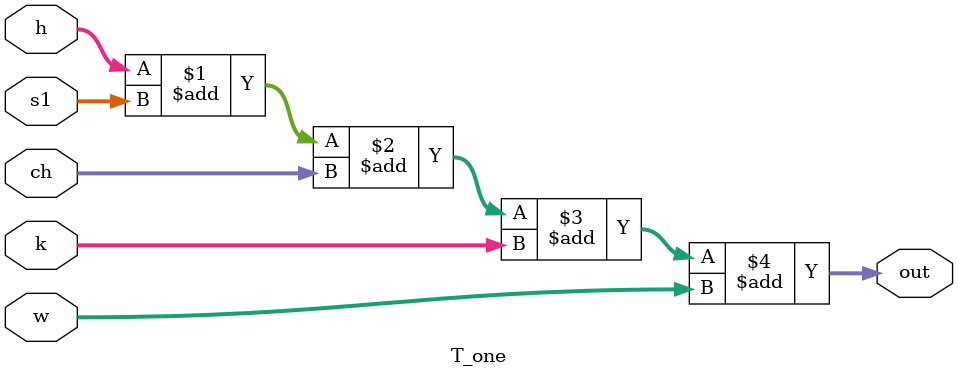
<source format=v>
module T_one( input  [31:0] h, s1, ch, k, w  ,
              output [31:0] out               );


assign out = h + s1 + ch + k + w; 

endmodule 
</source>
